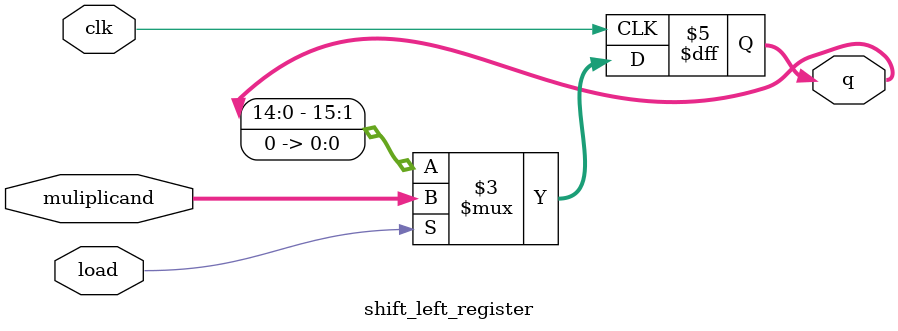
<source format=v>
/* when the load input is asserted, the module loads the multiplicand value into the register q.
Otherwise, it performs a left shift on the value stored in q, 
effectively shifting it one bit to the left and filling the rightmost bit with zero. 
The result is stored back in q on each positive edge of the clock.*/

module shift_left_register(
  input [15:0] muliplicand,
  input load,
  input clk,
  output reg [15:0] q
  );

always @(posedge clk) 
  begin 
    if(load)
      q <= muliplicand;
    else 
      q <= {q[14:0], 1'b0};
  end
endmodule

</source>
